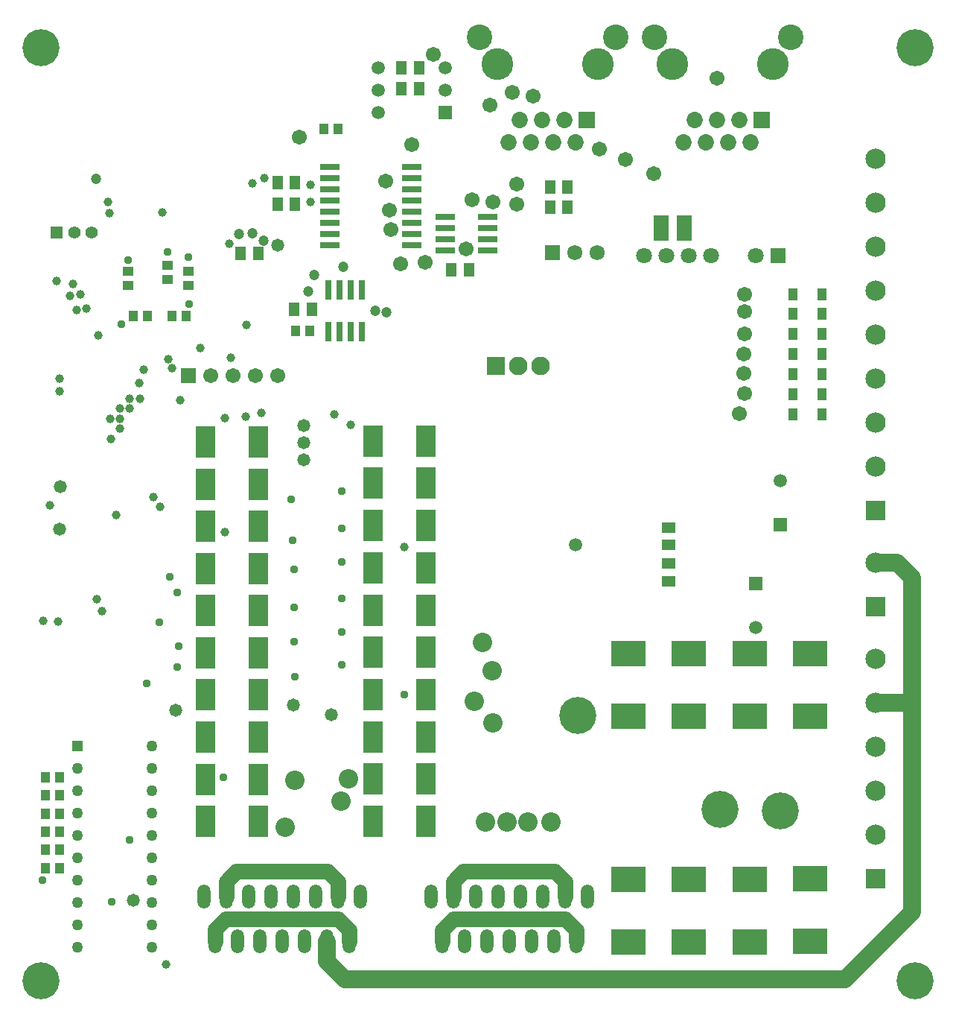
<source format=gbs>
G04*
G04 #@! TF.GenerationSoftware,Altium Limited,Altium Designer,20.0.13 (296)*
G04*
G04 Layer_Color=16711935*
%FSLAX44Y44*%
%MOMM*%
G71*
G01*
G75*
%ADD36C,2.0000*%
%ADD42R,1.2032X1.6032*%
%ADD43R,1.0032X1.2032*%
%ADD44R,1.6032X1.2032*%
%ADD48R,1.2032X1.0032*%
%ADD53R,4.0132X2.9972*%
%ADD56C,1.4032*%
%ADD57R,1.4032X1.4032*%
%ADD58C,2.9032*%
%ADD59C,1.8532*%
%ADD60R,1.8532X1.8532*%
%ADD61C,3.6032*%
%ADD62C,2.1082*%
%ADD63R,2.1082X2.1082*%
%ADD64C,1.7032*%
%ADD65R,1.7032X1.7032*%
%ADD66C,1.8032*%
%ADD67R,1.8032X1.8032*%
%ADD68C,2.3032*%
%ADD69R,2.3032X2.3032*%
%ADD70C,1.5200*%
%ADD71R,1.5200X1.5200*%
%ADD72C,1.7200*%
%ADD73R,1.7200X1.7200*%
%ADD74R,1.5112X1.5112*%
%ADD75C,1.5112*%
%ADD76R,1.2632X1.2632*%
%ADD77C,1.2632*%
%ADD78O,1.4732X2.7432*%
%ADD79C,1.0032*%
%ADD80C,4.2032*%
%ADD81C,1.2032*%
%ADD82C,0.9532*%
%ADD83C,1.5032*%
%ADD84C,1.4732*%
%ADD85C,2.2032*%
%ADD128C,1.8000*%
%ADD129R,2.3200X0.7200*%
%ADD130R,2.2632X0.8032*%
%ADD131R,0.7200X2.3200*%
%ADD132R,1.7332X2.9232*%
%ADD133R,1.1132X1.4232*%
%ADD134R,2.2032X3.6032*%
D36*
X981000Y505000D02*
X1005500D01*
X1022500Y488000D01*
Y321500D02*
Y488000D01*
X981000Y346000D02*
X1022500D01*
Y107750D02*
Y346000D01*
X946500Y31750D02*
X1022500Y107750D01*
X686750Y31750D02*
X946500D01*
X377250D02*
X686750D01*
X357000Y52000D02*
X377250Y31750D01*
X357000Y52000D02*
Y75000D01*
D42*
X279000Y856000D02*
D03*
X259000D02*
D03*
X301000Y912000D02*
D03*
X321000D02*
D03*
X611000Y932000D02*
D03*
X631000D02*
D03*
X611000Y909000D02*
D03*
X631000D02*
D03*
X320000Y793000D02*
D03*
X340000D02*
D03*
X442000Y1067000D02*
D03*
X462000D02*
D03*
X442000Y1043000D02*
D03*
X462000D02*
D03*
X519000Y838000D02*
D03*
X499000D02*
D03*
X301000Y937000D02*
D03*
X321000D02*
D03*
D43*
X354000Y998000D02*
D03*
X370000D02*
D03*
X197000Y785000D02*
D03*
X181000D02*
D03*
X137000D02*
D03*
X153000D02*
D03*
X338000Y768000D02*
D03*
X322000D02*
D03*
X37000Y199200D02*
D03*
X53000D02*
D03*
X37000Y158000D02*
D03*
X53000D02*
D03*
X37000Y178600D02*
D03*
X53000D02*
D03*
X37000Y219800D02*
D03*
X53000D02*
D03*
X37000Y261000D02*
D03*
X53000D02*
D03*
X37000Y240400D02*
D03*
X53000D02*
D03*
D44*
X746000Y484000D02*
D03*
Y504000D02*
D03*
Y545000D02*
D03*
Y525000D02*
D03*
D48*
X176000Y827000D02*
D03*
Y843000D02*
D03*
X200000Y836000D02*
D03*
Y820000D02*
D03*
X131000Y836000D02*
D03*
Y820000D02*
D03*
D53*
X700000Y330315D02*
D03*
Y401685D02*
D03*
X769000Y330315D02*
D03*
Y401685D02*
D03*
X838000Y330315D02*
D03*
Y401685D02*
D03*
X700000Y74065D02*
D03*
Y145435D02*
D03*
X838000Y74065D02*
D03*
Y145435D02*
D03*
X907000Y330315D02*
D03*
Y401685D02*
D03*
Y74380D02*
D03*
Y145750D02*
D03*
X769000Y74065D02*
D03*
Y145435D02*
D03*
D56*
X90000Y880000D02*
D03*
X70000D02*
D03*
D57*
X50000D02*
D03*
D58*
X730000Y1102000D02*
D03*
X885000D02*
D03*
X530500Y1101500D02*
D03*
X685500D02*
D03*
D59*
X763050Y982600D02*
D03*
X775750Y1008000D02*
D03*
X788450Y982600D02*
D03*
X801150Y1008000D02*
D03*
X813850Y982600D02*
D03*
X826550Y1008000D02*
D03*
X839250Y982600D02*
D03*
X563550Y982100D02*
D03*
X576250Y1007500D02*
D03*
X588950Y982100D02*
D03*
X601650Y1007500D02*
D03*
X614350Y982100D02*
D03*
X627050Y1007500D02*
D03*
X639750Y982100D02*
D03*
D60*
X851950Y1008000D02*
D03*
X652450Y1007500D02*
D03*
D61*
X750350Y1071500D02*
D03*
X864650D02*
D03*
X550850Y1071000D02*
D03*
X665150D02*
D03*
D62*
X600400Y728000D02*
D03*
X575000D02*
D03*
D63*
X549600D02*
D03*
D64*
X301400Y717000D02*
D03*
X276000D02*
D03*
X250600D02*
D03*
X225200D02*
D03*
X469250Y846000D02*
D03*
X424250Y938250D02*
D03*
X428250Y905250D02*
D03*
X429750Y883000D02*
D03*
X543000Y1025000D02*
D03*
X326000Y988000D02*
D03*
X832000Y810000D02*
D03*
Y790000D02*
D03*
Y765000D02*
D03*
X831000Y742000D02*
D03*
Y719667D02*
D03*
X832000Y697000D02*
D03*
X826000Y674000D02*
D03*
X546000Y915000D02*
D03*
X522000Y917000D02*
D03*
X478000Y1082000D02*
D03*
X516000Y861000D02*
D03*
X441000Y844000D02*
D03*
X454000Y980000D02*
D03*
X573000Y912000D02*
D03*
Y935000D02*
D03*
X729000Y947000D02*
D03*
X697000Y963000D02*
D03*
X568000Y1039000D02*
D03*
X592000Y1035000D02*
D03*
X801000Y1055000D02*
D03*
X667000Y975000D02*
D03*
D65*
X199800Y717000D02*
D03*
D66*
X718200Y854000D02*
D03*
X743600D02*
D03*
X769000D02*
D03*
X794400D02*
D03*
X845200D02*
D03*
D67*
X870600D02*
D03*
D68*
X981000Y964000D02*
D03*
Y914000D02*
D03*
Y864000D02*
D03*
Y814000D02*
D03*
Y764000D02*
D03*
Y714000D02*
D03*
Y664000D02*
D03*
Y614000D02*
D03*
Y505000D02*
D03*
Y396000D02*
D03*
Y346000D02*
D03*
Y296000D02*
D03*
Y246000D02*
D03*
Y196000D02*
D03*
D69*
Y564000D02*
D03*
Y455000D02*
D03*
Y146000D02*
D03*
D70*
X845000Y431000D02*
D03*
X873000Y598000D02*
D03*
D71*
X845000Y481000D02*
D03*
X873000Y548000D02*
D03*
D72*
X664400Y857000D02*
D03*
X639000D02*
D03*
D73*
X613600D02*
D03*
D74*
X492100Y1016600D02*
D03*
D75*
X415900D02*
D03*
X492100Y1042000D02*
D03*
X415900D02*
D03*
Y1067400D02*
D03*
X492100D02*
D03*
D76*
X73500Y296300D02*
D03*
D77*
Y270900D02*
D03*
Y245500D02*
D03*
Y220100D02*
D03*
Y194700D02*
D03*
Y169300D02*
D03*
Y143900D02*
D03*
Y118500D02*
D03*
Y93100D02*
D03*
Y67700D02*
D03*
X158500D02*
D03*
Y93100D02*
D03*
Y118500D02*
D03*
Y143900D02*
D03*
Y169300D02*
D03*
Y194700D02*
D03*
Y220100D02*
D03*
Y245500D02*
D03*
Y270900D02*
D03*
Y296300D02*
D03*
D78*
X564400Y75000D02*
D03*
X551700Y125800D02*
D03*
X539000Y75000D02*
D03*
X526300Y125800D02*
D03*
X513600Y75000D02*
D03*
X500900Y125800D02*
D03*
X577100D02*
D03*
X589800Y75000D02*
D03*
X602500Y125800D02*
D03*
X615200Y75000D02*
D03*
X627900Y125800D02*
D03*
X488200Y75000D02*
D03*
X475500Y125800D02*
D03*
X640600Y75000D02*
D03*
X653300Y125800D02*
D03*
X306200Y75000D02*
D03*
X293500Y125800D02*
D03*
X280800Y75000D02*
D03*
X268100Y125800D02*
D03*
X255400Y75000D02*
D03*
X242700Y125800D02*
D03*
X318900D02*
D03*
X331600Y75000D02*
D03*
X344300Y125800D02*
D03*
X357000Y75000D02*
D03*
X369700Y125800D02*
D03*
X230000Y75000D02*
D03*
X217300Y125800D02*
D03*
X382400Y75000D02*
D03*
X395100Y125800D02*
D03*
D79*
X143500Y709250D02*
D03*
X283000Y675000D02*
D03*
X265169Y670469D02*
D03*
X213000Y749000D02*
D03*
X266000Y775000D02*
D03*
X190500Y689521D02*
D03*
X181000Y726000D02*
D03*
X241401Y669500D02*
D03*
X35000Y439000D02*
D03*
X174000Y48929D02*
D03*
X52000Y438000D02*
D03*
X118000Y559000D02*
D03*
X96000Y463000D02*
D03*
X160000Y579000D02*
D03*
X168000Y568000D02*
D03*
X286000Y942000D02*
D03*
X273000Y936000D02*
D03*
X177000Y736000D02*
D03*
X248000Y738000D02*
D03*
X148990Y723990D02*
D03*
X339000Y934000D02*
D03*
X97000Y763000D02*
D03*
X42000Y570000D02*
D03*
X102000Y450000D02*
D03*
X50000Y825000D02*
D03*
X84000Y794000D02*
D03*
X77000Y810000D02*
D03*
X68190Y821810D02*
D03*
X110000Y902000D02*
D03*
X366000Y673000D02*
D03*
X384500Y661500D02*
D03*
X108000Y915000D02*
D03*
X72500Y791907D02*
D03*
X122000Y680000D02*
D03*
X133000Y691000D02*
D03*
X112000Y645000D02*
D03*
X53000Y700000D02*
D03*
X53297Y714297D02*
D03*
X122000Y657000D02*
D03*
X145000Y691000D02*
D03*
X65000Y807711D02*
D03*
X133000Y679999D02*
D03*
X122000Y667999D02*
D03*
X111270Y668000D02*
D03*
X241000Y540000D02*
D03*
X445000Y523000D02*
D03*
X170000Y903000D02*
D03*
X246000Y866998D02*
D03*
X339000Y915000D02*
D03*
D80*
X873000Y223000D02*
D03*
X1025750Y1089750D02*
D03*
X32500D02*
D03*
Y29500D02*
D03*
X1025750D02*
D03*
X643000Y331000D02*
D03*
X804000Y225000D02*
D03*
D81*
X273000Y879000D02*
D03*
X285500Y871000D02*
D03*
X425000Y789348D02*
D03*
X376000Y840860D02*
D03*
X336000Y813000D02*
D03*
X343000Y831975D02*
D03*
X412000Y791000D02*
D03*
X257000Y878000D02*
D03*
X95000Y941000D02*
D03*
D82*
X131250Y848500D02*
D03*
X34000Y144000D02*
D03*
X201000Y799000D02*
D03*
X124000Y776000D02*
D03*
X176000Y858000D02*
D03*
X200000Y852000D02*
D03*
X318000Y530000D02*
D03*
X320480Y375520D02*
D03*
X320000Y415000D02*
D03*
Y454000D02*
D03*
X319980Y497020D02*
D03*
X317000Y577000D02*
D03*
X179000Y489000D02*
D03*
X187000Y471000D02*
D03*
X167000Y437000D02*
D03*
X189000Y410000D02*
D03*
X187000Y386000D02*
D03*
X133000Y190000D02*
D03*
X240000Y261000D02*
D03*
X445000Y355000D02*
D03*
X374000Y389000D02*
D03*
X113000Y120000D02*
D03*
X152000Y368000D02*
D03*
X374000Y544000D02*
D03*
Y506000D02*
D03*
Y464000D02*
D03*
Y426000D02*
D03*
Y586000D02*
D03*
D83*
X640250Y525000D02*
D03*
D84*
X301000Y865250D02*
D03*
X137000Y121000D02*
D03*
X185000Y337000D02*
D03*
X362000Y332000D02*
D03*
X319000Y343000D02*
D03*
X53000Y543000D02*
D03*
X54000Y591000D02*
D03*
X331000Y622000D02*
D03*
Y641000D02*
D03*
Y661000D02*
D03*
D85*
X545000Y382000D02*
D03*
X534000Y414000D02*
D03*
X525000Y347000D02*
D03*
X546000Y323000D02*
D03*
X381703Y259297D02*
D03*
X321247Y257753D02*
D03*
X373000Y234000D02*
D03*
X562000Y210000D02*
D03*
X538000D02*
D03*
X612000D02*
D03*
X310000Y204000D02*
D03*
X586000Y210000D02*
D03*
D128*
X627900Y125800D02*
Y142100D01*
X616000Y154000D02*
X627900Y142100D01*
X512000Y154000D02*
X616000D01*
X500900Y142900D02*
X512000Y154000D01*
X500900Y125800D02*
Y142900D01*
X640600Y75000D02*
Y87400D01*
X628000Y100000D02*
X640600Y87400D01*
X501000Y100000D02*
X628000D01*
X488200Y87200D02*
X501000Y100000D01*
X488200Y75000D02*
Y87200D01*
X369700Y125800D02*
Y142300D01*
X358000Y154000D02*
X369700Y142300D01*
X254000Y154000D02*
X358000D01*
X242700Y142700D02*
X254000Y154000D01*
X242700Y125800D02*
Y142700D01*
X382400Y75000D02*
Y87600D01*
X370000Y100000D02*
X382400Y87600D01*
X242000Y100000D02*
X370000D01*
X230000Y88000D02*
X242000Y100000D01*
X230000Y75000D02*
Y88000D01*
D129*
X540000Y898050D02*
D03*
Y885350D02*
D03*
Y872650D02*
D03*
Y859950D02*
D03*
X492000Y898050D02*
D03*
Y885350D02*
D03*
Y872650D02*
D03*
Y859950D02*
D03*
D130*
X360600Y865550D02*
D03*
Y878250D02*
D03*
Y890950D02*
D03*
Y903650D02*
D03*
Y916350D02*
D03*
Y929050D02*
D03*
Y941750D02*
D03*
Y954450D02*
D03*
X453400D02*
D03*
Y941750D02*
D03*
Y929050D02*
D03*
Y916350D02*
D03*
Y903650D02*
D03*
Y890950D02*
D03*
Y878250D02*
D03*
Y865550D02*
D03*
D131*
X397050Y767000D02*
D03*
X384350D02*
D03*
X371650D02*
D03*
X358950D02*
D03*
X397050Y815000D02*
D03*
X384350D02*
D03*
X371650D02*
D03*
X358950D02*
D03*
D132*
X737180Y885000D02*
D03*
X764000D02*
D03*
D133*
X887300Y810000D02*
D03*
X920000D02*
D03*
X887300Y788000D02*
D03*
X920000D02*
D03*
X887300Y765000D02*
D03*
X920000D02*
D03*
X887300Y742000D02*
D03*
X920000D02*
D03*
X887300Y719000D02*
D03*
X920000D02*
D03*
X887300Y696000D02*
D03*
X920000D02*
D03*
X887300Y673000D02*
D03*
X920000D02*
D03*
D134*
X469640Y211000D02*
D03*
X409640D02*
D03*
X469640Y259016D02*
D03*
X409640D02*
D03*
X469640Y307031D02*
D03*
X409640D02*
D03*
X469640Y355047D02*
D03*
X409640D02*
D03*
X469640Y403062D02*
D03*
X409640D02*
D03*
X469640Y451078D02*
D03*
X409640D02*
D03*
X469640Y499093D02*
D03*
X409640D02*
D03*
X469640Y547109D02*
D03*
X409640D02*
D03*
X469640Y595124D02*
D03*
X409640D02*
D03*
X469640Y643140D02*
D03*
X409640D02*
D03*
X279640Y641820D02*
D03*
X219640D02*
D03*
X279640Y593951D02*
D03*
X219640D02*
D03*
X279640Y546082D02*
D03*
X219640D02*
D03*
X279640Y498213D02*
D03*
X219640D02*
D03*
X279640Y450345D02*
D03*
X219640D02*
D03*
X279640Y402476D02*
D03*
X219640D02*
D03*
X279640Y354607D02*
D03*
X219640D02*
D03*
X279640Y306738D02*
D03*
X219640D02*
D03*
X279640Y258869D02*
D03*
X219640D02*
D03*
X279640Y211000D02*
D03*
X219640D02*
D03*
M02*

</source>
